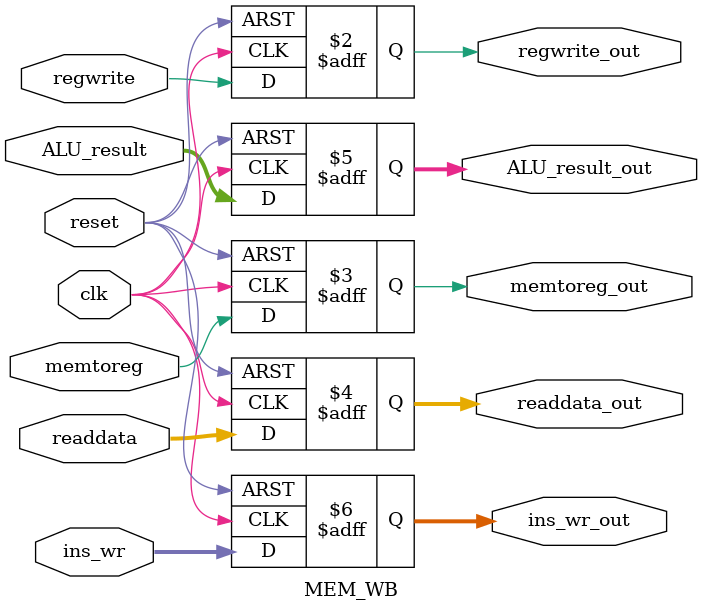
<source format=v>
`timescale 1ns / 1ps


module MEM_WB(
input clk,reset,
input regwrite,memtoreg,
input [15:0]readdata,ALU_result,
input [2:0] ins_wr,
output reg regwrite_out ,memtoreg_out,
output reg [15:0]readdata_out,ALU_result_out,
output reg [2:0]ins_wr_out 
    );
    always @(posedge clk or posedge reset) begin
    if(reset)begin
    regwrite_out <= 0;
    memtoreg_out <= 0;
    readdata_out <= 0;
    ALU_result_out <= 0;
    ins_wr_out <= 2'b0;
    end
    else begin
    regwrite_out <= regwrite;
    memtoreg_out <= memtoreg;
    readdata_out <= readdata;
    ALU_result_out <= ALU_result;
    ins_wr_out <= ins_wr;
    end
    end
    
endmodule

</source>
